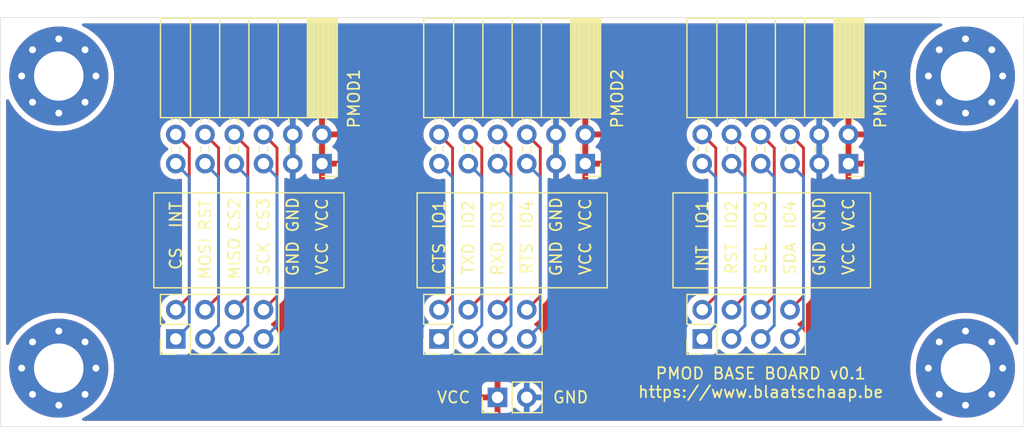
<source format=kicad_pcb>
(kicad_pcb (version 20211014) (generator pcbnew)
  (layers (0 "F.Cu" signal) (31 "B.Cu" signal) (34 "B.Paste" user "B.Plakken") (35 "F.Paste" user "F.Plakken") (36 "B.SilkS" user "B.Silkscreen") (37 "F.SilkS" user "F.Silkscreen") (38 "B.Mask" user) (39 "F.Mask" user "F. masker") (44 "Edge.Cuts" user))
  (net 0 "")
  (net 1 "GND")
  (net 2 "PMOD_UART_GPIO4")
  (net 3 "PMOD_UART_GPIO3")
  (net 4 "PMOD_UART_GPIO2_RESET")
  (net 5 "PMOD_UART_GPIO1_INT")
  (net 6 "PMOD_UART_RTS")
  (net 7 "PMOD_UART_RXD")
  (net 8 "PMOD_UART_TXD")
  (net 9 "PMOD_UART_CTS")
  (net 10 "VCC")
  (net 11 "PMOD_SPI_SCK")
  (net 12 "PMOD_SPI_MOSI")
  (net 13 "PMOD_SPI_MISO")
  (net 14 "PMOD_SPI_GPIO4_CS3")
  (net 15 "PMOD_SPI_GPIO3_CS2")
  (net 16 "PMOD_SPI_GPIO2_RESET")
  (net 17 "PMOD_SPI_GPIO1_INT")
  (net 18 "PMOD_SPI_CS")
  (net 19 "PMOD_I2C_SDA")
  (net 20 "PMOD_I2C_SCL")
  (net 21 "PMOD_I2C_RESET")
  (net 22 "PMOD_I2C_INT")
  (net 23 "PMOD_I2C_GPIO4")
  (net 24 "PMOD_I2C_GPIO3")
  (net 25 "PMOD_I2C_GPIO2")
  (net 26 "PMOD_I2C_GPIO1")
  (footprint "Connector_PinSocket_2.54mm:PinSocket_2x06_P2.54mm_Horizontal" (layer "F.Cu") (at 96.52 30.48 -90)
    (fp_text reference "PMOD2" (at -5.65 -2.77 90) (layer "F.SilkS"))
    (fp_text value "Conn_02x06_Odd_Even")
    (fp_line (start -1.49 10.52) (end -1.05 10.52) (layer "F.SilkS") (width 0.12))
    (fp_line (start -12.63 -1.33) (end -12.63 14.03) (layer "F.SilkS") (width 0.12))
    (fp_line (start -1.49 5.44) (end -1.05 5.44) (layer "F.SilkS") (width 0.12))
    (fp_line (start -4 7.98) (end -3.59 7.98) (layer "F.SilkS") (width 0.12))
    (fp_line (start -4 2.18) (end -3.59 2.18) (layer "F.SilkS") (width 0.12))
    (fp_line (start -12.63 -0.383335) (end -4 -0.383335) (layer "F.SilkS") (width 0.12))
    (fp_line (start -12.63 -1.33) (end -4 -1.33) (layer "F.SilkS") (width 0.12))
    (fp_line (start -12.63 -0.147145) (end -4 -0.147145) (layer "F.SilkS") (width 0.12))
    (fp_line (start -12.63 -0.73762) (end -4 -0.73762) (layer "F.SilkS") (width 0.12))
    (fp_line (start -12.63 -0.97381) (end -4 -0.97381) (layer "F.SilkS") (width 0.12))
    (fp_line (start -1.49 0.36) (end -1.11 0.36) (layer "F.SilkS") (width 0.12))
    (fp_line (start -1.49 2.9) (end -1.05 2.9) (layer "F.SilkS") (width 0.12))
    (fp_line (start -12.63 0.561425) (end -4 0.561425) (layer "F.SilkS") (width 0.12))
    (fp_line (start -1.49 13.06) (end -1.05 13.06) (layer "F.SilkS") (width 0.12))
    (fp_line (start -1.49 12.34) (end -1.05 12.34) (layer "F.SilkS") (width 0.12))
    (fp_line (start -12.63 11.43) (end -4 11.43) (layer "F.SilkS") (width 0.12))
    (fp_line (start -4 5.44) (end -3.59 5.44) (layer "F.SilkS") (width 0.12))
    (fp_line (start -12.63 -0.50143) (end -4 -0.50143) (layer "F.SilkS") (width 0.12))
    (fp_line (start 0 -1.33) (end 1.11 -1.33) (layer "F.SilkS") (width 0.12))
    (fp_line (start -12.63 1.1519) (end -4 1.1519) (layer "F.SilkS") (width 0.12))
    (fp_line (start -12.63 -1.21) (end -4 -1.21) (layer "F.SilkS") (width 0.12))
    (fp_line (start -4 4.72) (end -3.59 4.72) (layer "F.SilkS") (width 0.12))
    (fp_line (start -12.63 0.20714) (end -4 0.20714) (layer "F.SilkS") (width 0.12))
    (fp_line (start -4 7.26) (end -3.59 7.26) (layer "F.SilkS") (width 0.12))
    (fp_line (start -4 13.06) (end -3.59 13.06) (layer "F.SilkS") (width 0.12))
    (fp_line (start -12.63 0.325235) (end -4 0.325235) (layer "F.SilkS") (width 0.12))
    (fp_line (start -4 0.36) (end -3.59 0.36) (layer "F.SilkS") (width 0.12))
    (fp_line (start -1.49 -0.36) (end -1.11 -0.36) (layer "F.SilkS") (width 0.12))
    (fp_line (start -1.49 9.8) (end -1.05 9.8) (layer "F.SilkS") (width 0.12))
    (fp_line (start -12.63 -0.855715) (end -4 -0.855715) (layer "F.SilkS") (width 0.12))
    (fp_line (start -12.63 1.033805) (end -4 1.033805) (layer "F.SilkS") (width 0.12))
    (fp_line (start -4 -0.36) (end -3.59 -0.36) (layer "F.SilkS") (width 0.12))
    (fp_line (start -12.63 -0.02905) (end -4 -0.02905) (layer "F.SilkS") (width 0.12))
    (fp_line (start -12.63 6.35) (end -4 6.35) (layer "F.SilkS") (width 0.12))
    (fp_line (start -4 -1.33) (end -4 14.03) (layer "F.SilkS") (width 0.12))
    (fp_line (start -1.49 7.98) (end -1.05 7.98) (layer "F.SilkS") (width 0.12))
    (fp_line (start -1.49 2.18) (end -1.05 2.18) (layer "F.SilkS") (width 0.12))
    (fp_line (start -4 10.52) (end -3.59 10.52) (layer "F.SilkS") (width 0.12))
    (fp_line (start -4 2.9) (end -3.59 2.9) (layer "F.SilkS") (width 0.12))
    (fp_line (start -12.63 14.03) (end -4 14.03) (layer "F.SilkS") (width 0.12))
    (fp_line (start -1.49 4.72) (end -1.05 4.72) (layer "F.SilkS") (width 0.12))
    (fp_line (start -12.63 -0.26524) (end -4 -0.26524) (layer "F.SilkS") (width 0.12))
    (fp_line (start -4 12.34) (end -3.59 12.34) (layer "F.SilkS") (width 0.12))
    (fp_line (start -12.63 0.089045) (end -4 0.089045) (layer "F.SilkS") (width 0.12))
    (fp_line (start -12.63 0.797615) (end -4 0.797615) (layer "F.SilkS") (width 0.12))
    (fp_line (start -12.63 1.27) (end -4 1.27) (layer "F.SilkS") (width 0.12))
    (fp_line (start -12.63 0.44333) (end -4 0.44333) (layer "F.SilkS") (width 0.12))
    (fp_line (start -4 9.8) (end -3.59 9.8) (layer "F.SilkS") (width 0.12))
    (fp_line (start -12.63 8.89) (end -4 8.89) (layer "F.SilkS") (width 0.12))
    (fp_line (start 1.11 -1.33) (end 1.11 0) (layer "F.SilkS") (width 0.12))
    (fp_line (start -12.63 0.91571) (end -4 0.91571) (layer "F.SilkS") (width 0.12))
    (fp_line (start -12.63 -0.619525) (end -4 -0.619525) (layer "F.SilkS") (width 0.12))
    (fp_line (start -12.63 3.81) (end -4 3.81) (layer "F.SilkS") (width 0.12))
    (fp_line (start -1.49 7.26) (end -1.05 7.26) (layer "F.SilkS") (width 0.12))
    (fp_line (start -12.63 -1.091905) (end -4 -1.091905) (layer "F.SilkS") (width 0.12))
    (fp_line (start -12.63 0.67952) (end -4 0.67952) (layer "F.SilkS") (width 0.12))
    (pad "1" thru_hole rect (at 0 0 270) (size 1.7 1.7) (drill 1) (layers *.Cu *.Mask) (net 10 "VCC"))
    (pad "2" thru_hole oval (at -2.54 0 270) (size 1.7 1.7) (drill 1) (layers *.Cu *.Mask) (net 10 "VCC"))
    (pad "3" thru_hole oval (at 0 2.54 270) (size 1.7 1.7) (drill 1) (layers *.Cu *.Mask) (net 1 "GND"))
    (pad "4" thru_hole oval (at -2.54 2.54 270) (size 1.7 1.7) (drill 1) (layers *.Cu *.Mask) (net 1 "GND"))
    (pad "5" thru_hole oval (at 0 5.08 270) (size 1.7 1.7) (drill 1) (layers *.Cu *.Mask) (net 11 "PMOD_SPI_SCK"))
    (pad "6" thru_hole oval (at -2.54 5.08 270) (size 1.7 1.7) (drill 1) (layers *.Cu *.Mask) (net 14 "PMOD_SPI_GPIO4_CS3"))
    (pad "7" thru_hole oval (at 0 7.62 270) (size 1.7 1.7) (drill 1) (layers *.Cu *.Mask) (net 13 "PMOD_SPI_MISO"))
    (pad "8" thru_hole oval (at -2.54 7.62 270) (size 1.7 1.7) (drill 1) (layers *.Cu *.Mask) (net 15 "PMOD_SPI_GPIO3_CS2"))
    (pad "9" thru_hole oval (at 0 10.16 270) (size 1.7 1.7) (drill 1) (layers *.Cu *.Mask) (net 12 "PMOD_SPI_MOSI"))
    (pad "10" thru_hole oval (at -2.54 10.16 270) (size 1.7 1.7) (drill 1) (layers *.Cu *.Mask) (net 16 "PMOD_SPI_GPIO2_RESET"))
    (pad "11" thru_hole oval (at 0 12.7 270) (size 1.7 1.7) (drill 1) (layers *.Cu *.Mask) (net 18 "PMOD_SPI_CS"))
    (pad "12" thru_hole oval (at -2.54 12.7 270) (size 1.7 1.7) (drill 1) (layers *.Cu *.Mask) (net 17 "PMOD_SPI_GPIO1_INT"))
  )
  (footprint "Connector_PinSocket_2.54mm:PinSocket_2x06_P2.54mm_Horizontal" (layer "F.Cu") (at 119.38 30.48 -90)
    (fp_text reference "PMOD3" (at -5.65 -2.77 90) (layer "F.SilkS"))
    (fp_text value "Conn_02x06_Odd_Even")
    (fp_line (start -12.63 0.561425) (end -4 0.561425) (layer "F.SilkS") (width 0.12))
    (fp_line (start -4 2.18) (end -3.59 2.18) (layer "F.SilkS") (width 0.12))
    (fp_line (start -1.49 4.72) (end -1.05 4.72) (layer "F.SilkS") (width 0.12))
    (fp_line (start -1.49 -0.36) (end -1.11 -0.36) (layer "F.SilkS") (width 0.12))
    (fp_line (start -12.63 8.89) (end -4 8.89) (layer "F.SilkS") (width 0.12))
    (fp_line (start -1.49 7.26) (end -1.05 7.26) (layer "F.SilkS") (width 0.12))
    (fp_line (start -12.63 -0.02905) (end -4 -0.02905) (layer "F.SilkS") (width 0.12))
    (fp_line (start -12.63 0.325235) (end -4 0.325235) (layer "F.SilkS") (width 0.12))
    (fp_line (start -4 0.36) (end -3.59 0.36) (layer "F.SilkS") (width 0.12))
    (fp_line (start -12.63 6.35) (end -4 6.35) (layer "F.SilkS") (width 0.12))
    (fp_line (start -4 7.98) (end -3.59 7.98) (layer "F.SilkS") (width 0.12))
    (fp_line (start -12.63 11.43) (end -4 11.43) (layer "F.SilkS") (width 0.12))
    (fp_line (start -12.63 -0.855715) (end -4 -0.855715) (layer "F.SilkS") (width 0.12))
    (fp_line (start -1.49 2.9) (end -1.05 2.9) (layer "F.SilkS") (width 0.12))
    (fp_line (start -4 10.52) (end -3.59 10.52) (layer "F.SilkS") (width 0.12))
    (fp_line (start -4 12.34) (end -3.59 12.34) (layer "F.SilkS") (width 0.12))
    (fp_line (start -12.63 -0.383335) (end -4 -0.383335) (layer "F.SilkS") (width 0.12))
    (fp_line (start -12.63 1.033805) (end -4 1.033805) (layer "F.SilkS") (width 0.12))
    (fp_line (start -4 5.44) (end -3.59 5.44) (layer "F.SilkS") (width 0.12))
    (fp_line (start -12.63 -0.50143) (end -4 -0.50143) (layer "F.SilkS") (width 0.12))
    (fp_line (start -12.63 1.27) (end -4 1.27) (layer "F.SilkS") (width 0.12))
    (fp_line (start -1.49 0.36) (end -1.11 0.36) (layer "F.SilkS") (width 0.12))
    (fp_line (start -4 -1.33) (end -4 14.03) (layer "F.SilkS") (width 0.12))
    (fp_line (start -12.63 0.089045) (end -4 0.089045) (layer "F.SilkS") (width 0.12))
    (fp_line (start -12.63 -0.619525) (end -4 -0.619525) (layer "F.SilkS") (width 0.12))
    (fp_line (start -12.63 14.03) (end -4 14.03) (layer "F.SilkS") (width 0.12))
    (fp_line (start -12.63 -1.33) (end -4 -1.33) (layer "F.SilkS") (width 0.12))
    (fp_line (start -12.63 0.20714) (end -4 0.20714) (layer "F.SilkS") (width 0.12))
    (fp_line (start 1.11 -1.33) (end 1.11 0) (layer "F.SilkS") (width 0.12))
    (fp_line (start -12.63 -0.97381) (end -4 -0.97381) (layer "F.SilkS") (width 0.12))
    (fp_line (start -1.49 13.06) (end -1.05 13.06) (layer "F.SilkS") (width 0.12))
    (fp_line (start -1.49 5.44) (end -1.05 5.44) (layer "F.SilkS") (width 0.12))
    (fp_line (start -12.63 -0.147145) (end -4 -0.147145) (layer "F.SilkS") (width 0.12))
    (fp_line (start -4 -0.36) (end -3.59 -0.36) (layer "F.SilkS") (width 0.12))
    (fp_line (start -12.63 1.1519) (end -4 1.1519) (layer "F.SilkS") (width 0.12))
    (fp_line (start -12.63 -0.73762) (end -4 -0.73762) (layer "F.SilkS") (width 0.12))
    (fp_line (start -12.63 0.67952) (end -4 0.67952) (layer "F.SilkS") (width 0.12))
    (fp_line (start -12.63 0.91571) (end -4 0.91571) (layer "F.SilkS") (width 0.12))
    (fp_line (start -1.49 2.18) (end -1.05 2.18) (layer "F.SilkS") (width 0.12))
    (fp_line (start -4 9.8) (end -3.59 9.8) (layer "F.SilkS") (width 0.12))
    (fp_line (start -4 13.06) (end -3.59 13.06) (layer "F.SilkS") (width 0.12))
    (fp_line (start -4 7.26) (end -3.59 7.26) (layer "F.SilkS") (width 0.12))
    (fp_line (start -12.63 -0.26524) (end -4 -0.26524) (layer "F.SilkS") (width 0.12))
    (fp_line (start -12.63 0.797615) (end -4 0.797615) (layer "F.SilkS") (width 0.12))
    (fp_line (start 0 -1.33) (end 1.11 -1.33) (layer "F.SilkS") (width 0.12))
    (fp_line (start -12.63 0.44333) (end -4 0.44333) (layer "F.SilkS") (width 0.12))
    (fp_line (start -4 4.72) (end -3.59 4.72) (layer "F.SilkS") (width 0.12))
    (fp_line (start -1.49 12.34) (end -1.05 12.34) (layer "F.SilkS") (width 0.12))
    (fp_line (start -12.63 -1.21) (end -4 -1.21) (layer "F.SilkS") (width 0.12))
    (fp_line (start -12.63 -1.33) (end -12.63 14.03) (layer "F.SilkS") (width 0.12))
    (fp_line (start -12.63 -1.091905) (end -4 -1.091905) (layer "F.SilkS") (width 0.12))
    (fp_line (start -1.49 9.8) (end -1.05 9.8) (layer "F.SilkS") (width 0.12))
    (fp_line (start -12.63 3.81) (end -4 3.81) (layer "F.SilkS") (width 0.12))
    (fp_line (start -1.49 10.52) (end -1.05 10.52) (layer "F.SilkS") (width 0.12))
    (fp_line (start -4 2.9) (end -3.59 2.9) (layer "F.SilkS") (width 0.12))
    (fp_line (start -1.49 7.98) (end -1.05 7.98) (layer "F.SilkS") (width 0.12))
    (pad "1" thru_hole rect (at 0 0 270) (size 1.7 1.7) (drill 1) (layers *.Cu *.Mask) (net 10 "VCC"))
    (pad "2" thru_hole oval (at -2.54 0 270) (size 1.7 1.7) (drill 1) (layers *.Cu *.Mask) (net 10 "VCC"))
    (pad "3" thru_hole oval (at 0 2.54 270) (size 1.7 1.7) (drill 1) (layers *.Cu *.Mask) (net 1 "GND"))
    (pad "4" thru_hole oval (at -2.54 2.54 270) (size 1.7 1.7) (drill 1) (layers *.Cu *.Mask) (net 1 "GND"))
    (pad "5" thru_hole oval (at 0 5.08 270) (size 1.7 1.7) (drill 1) (layers *.Cu *.Mask) (net 6 "PMOD_UART_RTS"))
    (pad "6" thru_hole oval (at -2.54 5.08 270) (size 1.7 1.7) (drill 1) (layers *.Cu *.Mask) (net 2 "PMOD_UART_GPIO4"))
    (pad "7" thru_hole oval (at 0 7.62 270) (size 1.7 1.7) (drill 1) (layers *.Cu *.Mask) (net 7 "PMOD_UART_RXD"))
    (pad "8" thru_hole oval (at -2.54 7.62 270) (size 1.7 1.7) (drill 1) (layers *.Cu *.Mask) (net 3 "PMOD_UART_GPIO3"))
    (pad "9" thru_hole oval (at 0 10.16 270) (size 1.7 1.7) (drill 1) (layers *.Cu *.Mask) (net 8 "PMOD_UART_TXD"))
    (pad "10" thru_hole oval (at -2.54 10.16 270) (size 1.7 1.7) (drill 1) (layers *.Cu *.Mask) (net 4 "PMOD_UART_GPIO2_RESET"))
    (pad "11" thru_hole oval (at 0 12.7 270) (size 1.7 1.7) (drill 1) (layers *.Cu *.Mask) (net 9 "PMOD_UART_CTS"))
    (pad "12" thru_hole oval (at -2.54 12.7 270) (size 1.7 1.7) (drill 1) (layers *.Cu *.Mask) (net 5 "PMOD_UART_GPIO1_INT"))
  )
  (footprint "Connector_PinSocket_2.54mm:PinSocket_2x06_P2.54mm_Horizontal" (layer "F.Cu") (at 73.66 30.48 -90)
    (fp_text reference "PMOD1" (at -5.65 -2.77 90) (layer "F.SilkS"))
    (fp_text value "Conn_02x06_Odd_Even")
    (fp_line (start -12.63 0.44333) (end -4 0.44333) (layer "F.SilkS") (width 0.12))
    (fp_line (start -4 7.26) (end -3.59 7.26) (layer "F.SilkS") (width 0.12))
    (fp_line (start -4 10.52) (end -3.59 10.52) (layer "F.SilkS") (width 0.12))
    (fp_line (start 0 -1.33) (end 1.11 -1.33) (layer "F.SilkS") (width 0.12))
    (fp_line (start -12.63 8.89) (end -4 8.89) (layer "F.SilkS") (width 0.12))
    (fp_line (start -12.63 -0.26524) (end -4 -0.26524) (layer "F.SilkS") (width 0.12))
    (fp_line (start -4 13.06) (end -3.59 13.06) (layer "F.SilkS") (width 0.12))
    (fp_line (start -12.63 0.20714) (end -4 0.20714) (layer "F.SilkS") (width 0.12))
    (fp_line (start -4 2.9) (end -3.59 2.9) (layer "F.SilkS") (width 0.12))
    (fp_line (start -12.63 0.561425) (end -4 0.561425) (layer "F.SilkS") (width 0.12))
    (fp_line (start -12.63 -1.33) (end -12.63 14.03) (layer "F.SilkS") (width 0.12))
    (fp_line (start -12.63 -0.50143) (end -4 -0.50143) (layer "F.SilkS") (width 0.12))
    (fp_line (start -12.63 -0.383335) (end -4 -0.383335) (layer "F.SilkS") (width 0.12))
    (fp_line (start -1.49 5.44) (end -1.05 5.44) (layer "F.SilkS") (width 0.12))
    (fp_line (start -4 9.8) (end -3.59 9.8) (layer "F.SilkS") (width 0.12))
    (fp_line (start -12.63 0.67952) (end -4 0.67952) (layer "F.SilkS") (width 0.12))
    (fp_line (start -4 -1.33) (end -4 14.03) (layer "F.SilkS") (width 0.12))
    (fp_line (start -4 7.98) (end -3.59 7.98) (layer "F.SilkS") (width 0.12))
    (fp_line (start -12.63 -0.02905) (end -4 -0.02905) (layer "F.SilkS") (width 0.12))
    (fp_line (start -12.63 1.1519) (end -4 1.1519) (layer "F.SilkS") (width 0.12))
    (fp_line (start -4 4.72) (end -3.59 4.72) (layer "F.SilkS") (width 0.12))
    (fp_line (start -12.63 -0.619525) (end -4 -0.619525) (layer "F.SilkS") (width 0.12))
    (fp_line (start -1.49 7.98) (end -1.05 7.98) (layer "F.SilkS") (width 0.12))
    (fp_line (start -12.63 -0.855715) (end -4 -0.855715) (layer "F.SilkS") (width 0.12))
    (fp_line (start -1.49 4.72) (end -1.05 4.72) (layer "F.SilkS") (width 0.12))
    (fp_line (start -12.63 1.27) (end -4 1.27) (layer "F.SilkS") (width 0.12))
    (fp_line (start -12.63 -1.21) (end -4 -1.21) (layer "F.SilkS") (width 0.12))
    (fp_line (start -1.49 7.26) (end -1.05 7.26) (layer "F.SilkS") (width 0.12))
    (fp_line (start -4 -0.36) (end -3.59 -0.36) (layer "F.SilkS") (width 0.12))
    (fp_line (start -1.49 0.36) (end -1.11 0.36) (layer "F.SilkS") (width 0.12))
    (fp_line (start -12.63 6.35) (end -4 6.35) (layer "F.SilkS") (width 0.12))
    (fp_line (start -12.63 0.089045) (end -4 0.089045) (layer "F.SilkS") (width 0.12))
    (fp_line (start -1.49 13.06) (end -1.05 13.06) (layer "F.SilkS") (width 0.12))
    (fp_line (start -12.63 -0.147145) (end -4 -0.147145) (layer "F.SilkS") (width 0.12))
    (fp_line (start -1.49 2.18) (end -1.05 2.18) (layer "F.SilkS") (width 0.12))
    (fp_line (start -12.63 -1.091905) (end -4 -1.091905) (layer "F.SilkS") (width 0.12))
    (fp_line (start -12.63 11.43) (end -4 11.43) (layer "F.SilkS") (width 0.12))
    (fp_line (start -4 2.18) (end -3.59 2.18) (layer "F.SilkS") (width 0.12))
    (fp_line (start -4 5.44) (end -3.59 5.44) (layer "F.SilkS") (width 0.12))
    (fp_line (start -12.63 0.325235) (end -4 0.325235) (layer "F.SilkS") (width 0.12))
    (fp_line (start -12.63 3.81) (end -4 3.81) (layer "F.SilkS") (width 0.12))
    (fp_line (start 1.11 -1.33) (end 1.11 0) (layer "F.SilkS") (width 0.12))
    (fp_line (start -12.63 14.03) (end -4 14.03) (layer "F.SilkS") (width 0.12))
    (fp_line (start -1.49 -0.36) (end -1.11 -0.36) (layer "F.SilkS") (width 0.12))
    (fp_line (start -12.63 0.91571) (end -4 0.91571) (layer "F.SilkS") (width 0.12))
    (fp_line (start -12.63 -0.73762) (end -4 -0.73762) (layer "F.SilkS") (width 0.12))
    (fp_line (start -4 12.34) (end -3.59 12.34) (layer "F.SilkS") (width 0.12))
    (fp_line (start -1.49 12.34) (end -1.05 12.34) (layer "F.SilkS") (width 0.12))
    (fp_line (start -12.63 0.797615) (end -4 0.797615) (layer "F.SilkS") (width 0.12))
    (fp_line (start -1.49 2.9) (end -1.05 2.9) (layer "F.SilkS") (width 0.12))
    (fp_line (start -1.49 10.52) (end -1.05 10.52) (layer "F.SilkS") (width 0.12))
    (fp_line (start -12.63 -0.97381) (end -4 -0.97381) (layer "F.SilkS") (width 0.12))
    (fp_line (start -1.49 9.8) (end -1.05 9.8) (layer "F.SilkS") (width 0.12))
    (fp_line (start -12.63 -1.33) (end -4 -1.33) (layer "F.SilkS") (width 0.12))
    (fp_line (start -4 0.36) (end -3.59 0.36) (layer "F.SilkS") (width 0.12))
    (fp_line (start -12.63 1.033805) (end -4 1.033805) (layer "F.SilkS") (width 0.12))
    (pad "1" thru_hole rect (at 0 0 270) (size 1.7 1.7) (drill 1) (layers *.Cu *.Mask) (net 10 "VCC"))
    (pad "2" thru_hole oval (at -2.54 0 270) (size 1.7 1.7) (drill 1) (layers *.Cu *.Mask) (net 10 "VCC"))
    (pad "3" thru_hole oval (at 0 2.54 270) (size 1.7 1.7) (drill 1) (layers *.Cu *.Mask) (net 1 "GND"))
    (pad "4" thru_hole oval (at -2.54 2.54 270) (size 1.7 1.7) (drill 1) (layers *.Cu *.Mask) (net 1 "GND"))
    (pad "5" thru_hole oval (at 0 5.08 270) (size 1.7 1.7) (drill 1) (layers *.Cu *.Mask) (net 19 "PMOD_I2C_SDA"))
    (pad "6" thru_hole oval (at -2.54 5.08 270) (size 1.7 1.7) (drill 1) (layers *.Cu *.Mask) (net 23 "PMOD_I2C_GPIO4"))
    (pad "7" thru_hole oval (at 0 7.62 270) (size 1.7 1.7) (drill 1) (layers *.Cu *.Mask) (net 20 "PMOD_I2C_SCL"))
    (pad "8" thru_hole oval (at -2.54 7.62 270) (size 1.7 1.7) (drill 1) (layers *.Cu *.Mask) (net 24 "PMOD_I2C_GPIO3"))
    (pad "9" thru_hole oval (at 0 10.16 270) (size 1.7 1.7) (drill 1) (layers *.Cu *.Mask) (net 21 "PMOD_I2C_RESET"))
    (pad "10" thru_hole oval (at -2.54 10.16 270) (size 1.7 1.7) (drill 1) (layers *.Cu *.Mask) (net 25 "PMOD_I2C_GPIO2"))
    (pad "11" thru_hole oval (at 0 12.7 270) (size 1.7 1.7) (drill 1) (layers *.Cu *.Mask) (net 22 "PMOD_I2C_INT"))
    (pad "12" thru_hole oval (at -2.54 12.7 270) (size 1.7 1.7) (drill 1) (layers *.Cu *.Mask) (net 26 "PMOD_I2C_GPIO1"))
  )
  (footprint "Connector_PinHeader_2.54mm:PinHeader_2x04_P2.54mm_Vertical" (layer "F.Cu") (at 60.96 45.72 90)
    (fp_text reference "J4" hide)
    (fp_text value "Conn_02x04_Odd_Even")
    (fp_line (start 1.27 -1.33) (end 3.87 -1.33) (layer "F.SilkS") (width 0.12))
    (fp_line (start 3.87 -1.33) (end 3.87 8.95) (layer "F.SilkS") (width 0.12))
    (fp_line (start 1.27 1.27) (end 1.27 -1.33) (layer "F.SilkS") (width 0.12))
    (fp_line (start -1.33 8.95) (end 3.87 8.95) (layer "F.SilkS") (width 0.12))
    (fp_line (start -1.33 1.27) (end 1.27 1.27) (layer "F.SilkS") (width 0.12))
    (fp_line (start -1.33 0) (end -1.33 -1.33) (layer "F.SilkS") (width 0.12))
    (fp_line (start -1.33 -1.33) (end 0 -1.33) (layer "F.SilkS") (width 0.12))
    (fp_line (start -1.33 1.27) (end -1.33 8.95) (layer "F.SilkS") (width 0.12))
    (pad "1" thru_hole rect (at 0 0 90) (size 1.7 1.7) (drill 1) (layers *.Cu *.Mask) (net 22 "PMOD_I2C_INT"))
    (pad "2" thru_hole oval (at 2.54 0 90) (size 1.7 1.7) (drill 1) (layers *.Cu *.Mask) (net 26 "PMOD_I2C_GPIO1"))
    (pad "3" thru_hole oval (at 0 2.54 90) (size 1.7 1.7) (drill 1) (layers *.Cu *.Mask) (net 21 "PMOD_I2C_RESET"))
    (pad "4" thru_hole oval (at 2.54 2.54 90) (size 1.7 1.7) (drill 1) (layers *.Cu *.Mask) (net 25 "PMOD_I2C_GPIO2"))
    (pad "5" thru_hole oval (at 0 5.08 90) (size 1.7 1.7) (drill 1) (layers *.Cu *.Mask) (net 20 "PMOD_I2C_SCL"))
    (pad "6" thru_hole oval (at 2.54 5.08 90) (size 1.7 1.7) (drill 1) (layers *.Cu *.Mask) (net 24 "PMOD_I2C_GPIO3"))
    (pad "7" thru_hole oval (at 0 7.62 90) (size 1.7 1.7) (drill 1) (layers *.Cu *.Mask) (net 19 "PMOD_I2C_SDA"))
    (pad "8" thru_hole oval (at 2.54 7.62 90) (size 1.7 1.7) (drill 1) (layers *.Cu *.Mask) (net 23 "PMOD_I2C_GPIO4"))
  )
  (footprint "Connector_PinHeader_2.54mm:PinHeader_2x04_P2.54mm_Vertical" (layer "F.Cu") (at 83.82 45.72 90)
    (fp_text reference "J5" hide)
    (fp_text value "Conn_02x04_Odd_Even")
    (fp_line (start -1.33 -1.33) (end 0 -1.33) (layer "F.SilkS") (width 0.12))
    (fp_line (start 1.27 -1.33) (end 3.87 -1.33) (layer "F.SilkS") (width 0.12))
    (fp_line (start -1.33 0) (end -1.33 -1.33) (layer "F.SilkS") (width 0.12))
    (fp_line (start -1.33 1.27) (end -1.33 8.95) (layer "F.SilkS") (width 0.12))
    (fp_line (start -1.33 1.27) (end 1.27 1.27) (layer "F.SilkS") (width 0.12))
    (fp_line (start 1.27 1.27) (end 1.27 -1.33) (layer "F.SilkS") (width 0.12))
    (fp_line (start -1.33 8.95) (end 3.87 8.95) (layer "F.SilkS") (width 0.12))
    (fp_line (start 3.87 -1.33) (end 3.87 8.95) (layer "F.SilkS") (width 0.12))
    (pad "1" thru_hole rect (at 0 0 90) (size 1.7 1.7) (drill 1) (layers *.Cu *.Mask) (net 18 "PMOD_SPI_CS"))
    (pad "2" thru_hole oval (at 2.54 0 90) (size 1.7 1.7) (drill 1) (layers *.Cu *.Mask) (net 17 "PMOD_SPI_GPIO1_INT"))
    (pad "3" thru_hole oval (at 0 2.54 90) (size 1.7 1.7) (drill 1) (layers *.Cu *.Mask) (net 12 "PMOD_SPI_MOSI"))
    (pad "4" thru_hole oval (at 2.54 2.54 90) (size 1.7 1.7) (drill 1) (layers *.Cu *.Mask) (net 16 "PMOD_SPI_GPIO2_RESET"))
    (pad "5" thru_hole oval (at 0 5.08 90) (size 1.7 1.7) (drill 1) (layers *.Cu *.Mask) (net 13 "PMOD_SPI_MISO"))
    (pad "6" thru_hole oval (at 2.54 5.08 90) (size 1.7 1.7) (drill 1) (layers *.Cu *.Mask) (net 15 "PMOD_SPI_GPIO3_CS2"))
    (pad "7" thru_hole oval (at 0 7.62 90) (size 1.7 1.7) (drill 1) (layers *.Cu *.Mask) (net 11 "PMOD_SPI_SCK"))
    (pad "8" thru_hole oval (at 2.54 7.62 90) (size 1.7 1.7) (drill 1) (layers *.Cu *.Mask) (net 14 "PMOD_SPI_GPIO4_CS3"))
  )
  (footprint "Connector_PinHeader_2.54mm:PinHeader_2x04_P2.54mm_Vertical" (layer "F.Cu") (at 106.68 45.72 90)
    (fp_text reference "J6" hide)
    (fp_text value "Conn_02x04_Odd_Even")
    (fp_line (start 1.27 -1.33) (end 3.87 -1.33) (layer "F.SilkS") (width 0.12))
    (fp_line (start -1.33 -1.33) (end 0 -1.33) (layer "F.SilkS") (width 0.12))
    (fp_line (start 3.87 -1.33) (end 3.87 8.95) (layer "F.SilkS") (width 0.12))
    (fp_line (start -1.33 0) (end -1.33 -1.33) (layer "F.SilkS") (width 0.12))
    (fp_line (start 1.27 1.27) (end 1.27 -1.33) (layer "F.SilkS") (width 0.12))
    (fp_line (start -1.33 1.27) (end -1.33 8.95) (layer "F.SilkS") (width 0.12))
    (fp_line (start -1.33 1.27) (end 1.27 1.27) (layer "F.SilkS") (width 0.12))
    (fp_line (start -1.33 8.95) (end 3.87 8.95) (layer "F.SilkS") (width 0.12))
    (pad "1" thru_hole rect (at 0 0 90) (size 1.7 1.7) (drill 1) (layers *.Cu *.Mask) (net 9 "PMOD_UART_CTS"))
    (pad "2" thru_hole oval (at 2.54 0 90) (size 1.7 1.7) (drill 1) (layers *.Cu *.Mask) (net 5 "PMOD_UART_GPIO1_INT"))
    (pad "3" thru_hole oval (at 0 2.54 90) (size 1.7 1.7) (drill 1) (layers *.Cu *.Mask) (net 8 "PMOD_UART_TXD"))
    (pad "4" thru_hole oval (at 2.54 2.54 90) (size 1.7 1.7) (drill 1) (layers *.Cu *.Mask) (net 4 "PMOD_UART_GPIO2_RESET"))
    (pad "5" thru_hole oval (at 0 5.08 90) (size 1.7 1.7) (drill 1) (layers *.Cu *.Mask) (net 7 "PMOD_UART_RXD"))
    (pad "6" thru_hole oval (at 2.54 5.08 90) (size 1.7 1.7) (drill 1) (layers *.Cu *.Mask) (net 3 "PMOD_UART_GPIO3"))
    (pad "7" thru_hole oval (at 0 7.62 90) (size 1.7 1.7) (drill 1) (layers *.Cu *.Mask) (net 6 "PMOD_UART_RTS"))
    (pad "8" thru_hole oval (at 2.54 7.62 90) (size 1.7 1.7) (drill 1) (layers *.Cu *.Mask) (net 2 "PMOD_UART_GPIO4"))
  )
  (footprint "MountingHole:MountingHole_4.3mm_M4_Pad_Via" (layer "F.Cu") (at 50.8 48.26)
    (fp_text reference "H3" hide)
    (fp_text value "~")
    (pad "1" thru_hole circle (at 2.280419 -2.280419) (size 0.9 0.9) (drill 0.6) (layers *.Cu *.Mask))
    (pad "1" thru_hole circle (at -3.225 0) (size 0.9 0.9) (drill 0.6) (layers *.Cu *.Mask))
    (pad "1" thru_hole circle (at 3.225 0) (size 0.9 0.9) (drill 0.6) (layers *.Cu *.Mask))
    (pad "1" thru_hole circle (at 2.280419 2.280419) (size 0.9 0.9) (drill 0.6) (layers *.Cu *.Mask))
    (pad "1" thru_hole circle (at -2.280419 2.280419) (size 0.9 0.9) (drill 0.6) (layers *.Cu *.Mask))
    (pad "1" thru_hole circle (at 0 -3.225) (size 0.9 0.9) (drill 0.6) (layers *.Cu *.Mask))
    (pad "1" thru_hole circle (at -2.280419 -2.280419) (size 0.9 0.9) (drill 0.6) (layers *.Cu *.Mask))
    (pad "1" thru_hole circle (at 0 3.225) (size 0.9 0.9) (drill 0.6) (layers *.Cu *.Mask))
    (pad "1" thru_hole circle (at 0 0) (size 8.6 8.6) (drill 4.3) (layers *.Cu *.Mask))
  )
  (footprint "MountingHole:MountingHole_4.3mm_M4_Pad_Via" (layer "F.Cu") (at 50.8 22.86)
    (fp_text reference "H1" hide)
    (fp_text value "~")
    (pad "1" thru_hole circle (at 0 3.225) (size 0.9 0.9) (drill 0.6) (layers *.Cu *.Mask))
    (pad "1" thru_hole circle (at -3.225 0) (size 0.9 0.9) (drill 0.6) (layers *.Cu *.Mask))
    (pad "1" thru_hole circle (at -2.280419 -2.280419) (size 0.9 0.9) (drill 0.6) (layers *.Cu *.Mask))
    (pad "1" thru_hole circle (at 3.225 0) (size 0.9 0.9) (drill 0.6) (layers *.Cu *.Mask))
    (pad "1" thru_hole circle (at 0 0) (size 8.6 8.6) (drill 4.3) (layers *.Cu *.Mask))
    (pad "1" thru_hole circle (at 0 -3.225) (size 0.9 0.9) (drill 0.6) (layers *.Cu *.Mask))
    (pad "1" thru_hole circle (at -2.280419 2.280419) (size 0.9 0.9) (drill 0.6) (layers *.Cu *.Mask))
    (pad "1" thru_hole circle (at 2.280419 2.280419) (size 0.9 0.9) (drill 0.6) (layers *.Cu *.Mask))
    (pad "1" thru_hole circle (at 2.280419 -2.280419) (size 0.9 0.9) (drill 0.6) (layers *.Cu *.Mask))
  )
  (footprint "Connector_PinHeader_2.54mm:PinHeader_1x02_P2.54mm_Vertical" (layer "F.Cu") (at 88.9 50.8 90)
    (fp_text reference "J1" hide)
    (fp_text value "~")
    (fp_line (start -1.33 0) (end -1.33 -1.33) (layer "F.SilkS") (width 0.12))
    (fp_line (start 1.33 1.27) (end 1.33 3.87) (layer "F.SilkS") (width 0.12))
    (fp_line (start -1.33 3.87) (end 1.33 3.87) (layer "F.SilkS") (width 0.12))
    (fp_line (start -1.33 1.27) (end 1.33 1.27) (layer "F.SilkS") (width 0.12))
    (fp_line (start -1.33 -1.33) (end 0 -1.33) (layer "F.SilkS") (width 0.12))
    (fp_line (start -1.33 1.27) (end -1.33 3.87) (layer "F.SilkS") (width 0.12))
    (pad "1" thru_hole rect (at 0 0 90) (size 1.7 1.7) (drill 1) (layers *.Cu *.Mask) (net 10 "VCC"))
    (pad "2" thru_hole oval (at 0 2.54 90) (size 1.7 1.7) (drill 1) (layers *.Cu *.Mask) (net 1 "GND"))
  )
  (footprint "MountingHole:MountingHole_4.3mm_M4_Pad_Via" (layer "F.Cu") (at 129.54 48.26)
    (fp_text reference "H4" hide)
    (fp_text value "~")
    (pad "1" thru_hole circle (at 0 3.225) (size 0.9 0.9) (drill 0.6) (layers *.Cu *.Mask))
    (pad "1" thru_hole circle (at 2.280419 -2.280419) (size 0.9 0.9) (drill 0.6) (layers *.Cu *.Mask))
    (pad "1" thru_hole circle (at 0 -3.225) (size 0.9 0.9) (drill 0.6) (layers *.Cu *.Mask))
    (pad "1" thru_hole circle (at 0 0) (size 8.6 8.6) (drill 4.3) (layers *.Cu *.Mask))
    (pad "1" thru_hole circle (at -2.280419 2.280419) (size 0.9 0.9) (drill 0.6) (layers *.Cu *.Mask))
    (pad "1" thru_hole circle (at -3.225 0) (size 0.9 0.9) (drill 0.6) (layers *.Cu *.Mask))
    (pad "1" thru_hole circle (at 3.225 0) (size 0.9 0.9) (drill 0.6) (layers *.Cu *.Mask))
    (pad "1" thru_hole circle (at -2.280419 -2.280419) (size 0.9 0.9) (drill 0.6) (layers *.Cu *.Mask))
    (pad "1" thru_hole circle (at 2.280419 2.280419) (size 0.9 0.9) (drill 0.6) (layers *.Cu *.Mask))
  )
  (footprint "MountingHole:MountingHole_4.3mm_M4_Pad_Via" (layer "F.Cu") (at 129.54 22.86)
    (fp_text reference "H2" hide)
    (fp_text value "~")
    (pad "1" thru_hole circle (at 0 3.225) (size 0.9 0.9) (drill 0.6) (layers *.Cu *.Mask))
    (pad "1" thru_hole circle (at 3.225 0) (size 0.9 0.9) (drill 0.6) (layers *.Cu *.Mask))
    (pad "1" thru_hole circle (at 0 0) (size 8.6 8.6) (drill 4.3) (layers *.Cu *.Mask))
    (pad "1" thru_hole circle (at 2.280419 -2.280419) (size 0.9 0.9) (drill 0.6) (layers *.Cu *.Mask))
    (pad "1" thru_hole circle (at -2.280419 2.280419) (size 0.9 0.9) (drill 0.6) (layers *.Cu *.Mask))
    (pad "1" thru_hole circle (at -3.225 0) (size 0.9 0.9) (drill 0.6) (layers *.Cu *.Mask))
    (pad "1" thru_hole circle (at -2.280419 -2.280419) (size 0.9 0.9) (drill 0.6) (layers *.Cu *.Mask))
    (pad "1" thru_hole circle (at 2.280419 2.280419) (size 0.9 0.9) (drill 0.6) (layers *.Cu *.Mask))
    (pad "1" thru_hole circle (at 0 -3.225) (size 0.9 0.9) (drill 0.6) (layers *.Cu *.Mask))
  )
  (gr_rect (start 81.915 33.02) (end 98.425 41.275) (layer "F.SilkS") (width 0.12) (fill none))
  (gr_rect (start 59.055 33.02) (end 75.565 41.275) (layer "F.SilkS") (width 0.12) (fill none))
  (gr_rect (start 104.14 33.02) (end 121.285 41.275) (layer "F.SilkS") (width 0.12) (fill none))
  (gr_rect (start 45.72 17.78) (end 134.62 53.34) (layer "Edge.Cuts") (width 0.05) (fill none))
  (gr_text "INT" (at 106.68 38.735 90) (layer "F.SilkS") (effects (font (size 1 1))))
  (gr_text "GND" (at 95.25 50.8) (layer "F.SilkS") (effects (font (size 1 1))))
  (gr_text "INT" (at 60.96 34.925 90) (layer "F.SilkS") (effects (font (size 1 1))))
  (gr_text "GND" (at 71.12 34.925 90) (layer "F.SilkS") (effects (font (size 1 1))))
  (gr_text "GND" (at 93.98 38.735 90) (layer "F.SilkS") (effects (font (size 1 1))))
  (gr_text "TXD" (at 86.36 38.735 90) (layer "F.SilkS") (effects (font (size 1 1))))
  (gr_text "RTS" (at 91.44 38.735 90) (layer "F.SilkS") (effects (font (size 1 1))))
  (gr_text "VCC" (at 119.38 38.735 90) (layer "F.SilkS") (effects (font (size 1 1))))
  (gr_text "IO1" (at 106.68 34.925 90) (layer "F.SilkS") (effects (font (size 1 1))))
  (gr_text "PMOD BASE BOARD v0.1\nhttps://www.blaatschaap.be" (at 111.76 49.53) (layer "F.SilkS") (effects (font (size 1 1))))
  (gr_text "CTS" (at 83.82 38.735 90) (layer "F.SilkS") (effects (font (size 1 1))))
  (gr_text "IO1" (at 83.82 34.925 90) (layer "F.SilkS") (effects (font (size 1 1))))
  (gr_text "CS" (at 60.96 38.735 90) (layer "F.SilkS") (effects (font (size 1 1))))
  (gr_text "MISO" (at 66.04 38.735 90) (layer "F.SilkS") (effects (font (size 1 1))))
  (gr_text "SCK" (at 68.58 38.735 90) (layer "F.SilkS") (effects (font (size 1 1))))
  (gr_text "GND" (at 71.12 38.735 90) (layer "F.SilkS") (effects (font (size 1 1))))
  (gr_text "VCC" (at 85.09 50.8) (layer "F.SilkS") (effects (font (size 1 1))))
  (gr_text "GND" (at 116.84 38.735 90) (layer "F.SilkS") (effects (font (size 1 1))))
  (gr_text "VCC" (at 73.66 38.735 90) (layer "F.SilkS") (effects (font (size 1 1))))
  (gr_text "GND" (at 116.84 34.925 90) (layer "F.SilkS") (effects (font (size 1 1))))
  (gr_text "MOSI" (at 63.5 38.735 90) (layer "F.SilkS") (effects (font (size 1 1))))
  (gr_text "IO4" (at 91.44 34.925 90) (layer "F.SilkS") (effects (font (size 1 1))))
  (gr_text "IO3" (at 88.9 34.925 90) (layer "F.SilkS") (effects (font (size 1 1))))
  (gr_text "VCC" (at 96.52 34.925 90) (layer "F.SilkS") (effects (font (size 1 1))))
  (gr_text "IO4" (at 114.3 34.925 90) (layer "F.SilkS") (effects (font (size 1 1))))
  (gr_text "SDA" (at 114.3 38.735 90) (layer "F.SilkS") (effects (font (size 1 1))))
  (gr_text "CS3" (at 68.58 34.925 90) (layer "F.SilkS") (effects (font (size 1 1))))
  (gr_text "RXD" (at 88.9 38.735 90) (layer "F.SilkS") (effects (font (size 1 1))))
  (gr_text "IO2" (at 86.36 34.925 90) (layer "F.SilkS") (effects (font (size 1 1))))
  (gr_text "IO3" (at 111.76 34.925 90) (layer "F.SilkS") (effects (font (size 1 1))))
  (gr_text "RST" (at 109.22 38.735 90) (layer "F.SilkS") (effects (font (size 1 1))))
  (gr_text "VCC" (at 119.38 34.925 90) (layer "F.SilkS") (effects (font (size 1 1))))
  (gr_text "CS2" (at 66.04 34.925 90) (layer "F.SilkS") (effects (font (size 1 1))))
  (gr_text "SCL" (at 111.76 38.735 90) (layer "F.SilkS") (effects (font (size 1 1))))
  (gr_text "IO2" (at 109.22 34.925 90) (layer "F.SilkS") (effects (font (size 1 1))))
  (gr_text "RST" (at 63.5 34.925 90) (layer "F.SilkS") (effects (font (size 1 1))))
  (gr_text "VCC" (at 96.52 38.735 90) (layer "F.SilkS") (effects (font (size 1 1))))
  (gr_text "VCC" (at 73.66 34.925 90) (layer "F.SilkS") (effects (font (size 1 1))))
  (gr_text "GND" (at 93.98 34.925 90) (layer "F.SilkS") (effects (font (size 1 1))))
  (segment (start 115.474511 29.114511) (end 114.3 27.94) (width 0.25) (layer "F.Cu") (net 2))
  (segment (start 114.3 43.18) (end 115.474511 42.005489) (width 0.25) (layer "F.Cu") (net 2))
  (segment (start 115.474511 42.005489) (end 115.474511 29.114511) (width 0.25) (layer "F.Cu") (net 2))
  (segment (start 111.76 43.18) (end 112.934511 42.005489) (width 0.25) (layer "F.Cu") (net 3))
  (segment (start 112.934511 42.005489) (end 112.934511 29.114511) (width 0.25) (layer "F.Cu") (net 3))
  (segment (start 112.934511 29.114511) (end 111.76 27.94) (width 0.25) (layer "F.Cu") (net 3))
  (segment (start 110.394511 42.005489) (end 110.394511 29.114511) (width 0.25) (layer "F.Cu") (net 4))
  (segment (start 110.394511 29.114511) (end 109.22 27.94) (width 0.25) (layer "F.Cu") (net 4))
  (segment (start 109.22 43.18) (end 110.394511 42.005489) (width 0.25) (layer "F.Cu") (net 4))
  (segment (start 106.68 43.18) (end 107.854511 42.005489) (width 0.25) (layer "F.Cu") (net 5))
  (segment (start 107.854511 42.005489) (end 107.854511 29.114511) (width 0.25) (layer "F.Cu") (net 5))
  (segment (start 107.854511 29.114511) (end 106.68 27.94) (width 0.25) (layer "F.Cu") (net 5))
  (segment (start 114.3 45.72) (end 115.474511 44.545489) (width 0.25) (layer "B.Cu") (net 6))
  (segment (start 115.474511 31.654511) (end 114.3 30.48) (width 0.25) (layer "B.Cu") (net 6))
  (segment (start 115.474511 44.545489) (end 115.474511 31.654511) (width 0.25) (layer "B.Cu") (net 6))
  (segment (start 112.934511 44.545489) (end 112.934511 31.654511) (width 0.25) (layer "B.Cu") (net 7))
  (segment (start 111.76 45.72) (end 112.934511 44.545489) (width 0.25) (layer "B.Cu") (net 7))
  (segment (start 112.934511 31.654511) (end 111.76 30.48) (width 0.25) (layer "B.Cu") (net 7))
  (segment (start 110.394511 44.545489) (end 110.394511 31.654511) (width 0.25) (layer "B.Cu") (net 8))
  (segment (start 109.22 45.72) (end 110.394511 44.545489) (width 0.25) (layer "B.Cu") (net 8))
  (segment (start 110.394511 31.654511) (end 109.22 30.48) (width 0.25) (layer "B.Cu") (net 8))
  (segment (start 107.854511 31.654511) (end 106.68 30.48) (width 0.25) (layer "B.Cu") (net 9))
  (segment (start 107.854511 44.545489) (end 107.854511 31.654511) (width 0.25) (layer "B.Cu") (net 9))
  (segment (start 106.68 45.72) (end 107.854511 44.545489) (width 0.25) (layer "B.Cu") (net 9))
  (segment (start 92.614511 44.545489) (end 92.614511 31.654511) (width 0.25) (layer "B.Cu") (net 11))
  (segment (start 92.614511 31.654511) (end 91.44 30.48) (width 0.25) (layer "B.Cu") (net 11))
  (segment (start 91.44 45.72) (end 92.614511 44.545489) (width 0.25) (layer "B.Cu") (net 11))
  (segment (start 87.534511 31.654511) (end 86.36 30.48) (width 0.25) (layer "B.Cu") (net 12))
  (segment (start 86.36 45.72) (end 87.534511 44.545489) (width 0.25) (layer "B.Cu") (net 12))
  (segment (start 87.534511 44.545489) (end 87.534511 31.654511) (width 0.25) (layer "B.Cu") (net 12))
  (segment (start 90.074511 31.654511) (end 88.9 30.48) (width 0.25) (layer "B.Cu") (net 13))
  (segment (start 90.074511 44.545489) (end 90.074511 31.654511) (width 0.25) (layer "B.Cu") (net 13))
  (segment (start 88.9 45.72) (end 90.074511 44.545489) (width 0.25) (layer "B.Cu") (net 13))
  (segment (start 91.44 43.18) (end 92.614511 42.005489) (width 0.25) (layer "F.Cu") (net 14))
  (segment (start 92.614511 42.005489) (end 92.614511 29.114511) (width 0.25) (layer "F.Cu") (net 14))
  (segment (start 92.614511 29.114511) (end 91.44 27.94) (width 0.25) (layer "F.Cu") (net 14))
  (segment (start 88.9 43.18) (end 90.074511 42.005489) (width 0.25) (layer "F.Cu") (net 15))
  (segment (start 90.074511 29.114511) (end 88.9 27.94) (width 0.25) (layer "F.Cu") (net 15))
  (segment (start 90.074511 42.005489) (end 90.074511 29.114511) (width 0.25) (layer "F.Cu") (net 15))
  (segment (start 87.534511 29.114511) (end 86.36 27.94) (width 0.25) (layer "F.Cu") (net 16))
  (segment (start 87.534511 42.005489) (end 87.534511 29.114511) (width 0.25) (layer "F.Cu") (net 16))
  (segment (start 86.36 43.18) (end 87.534511 42.005489) (width 0.25) (layer "F.Cu") (net 16))
  (segment (start 83.82 43.18) (end 84.994511 42.005489) (width 0.25) (layer "F.Cu") (net 17))
  (segment (start 84.994511 42.005489) (end 84.994511 29.114511) (width 0.25) (layer "F.Cu") (net 17))
  (segment (start 84.994511 29.114511) (end 83.82 27.94) (width 0.25) (layer "F.Cu") (net 17))
  (segment (start 84.994511 44.545489) (end 84.994511 31.654511) (width 0.25) (layer "B.Cu") (net 18))
  (segment (start 84.994511 31.654511) (end 83.82 30.48) (width 0.25) (layer "B.Cu") (net 18))
  (segment (start 83.82 45.72) (end 84.994511 44.545489) (width 0.25) (layer "B.Cu") (net 18))
  (segment (start 68.58 45.72) (end 69.754511 44.545489) (width 0.25) (layer "B.Cu") (net 19))
  (segment (start 69.754511 31.654511) (end 68.58 30.48) (width 0.25) (layer "B.Cu") (net 19))
  (segment (start 69.754511 44.545489) (end 69.754511 31.654511) (width 0.25) (layer "B.Cu") (net 19))
  (segment (start 67.214511 44.545489) (end 67.214511 31.654511) (width 0.25) (layer "B.Cu") (net 20))
  (segment (start 66.04 45.72) (end 67.214511 44.545489) (width 0.25) (layer "B.Cu") (net 20))
  (segment (start 67.214511 31.654511) (end 66.04 30.48) (width 0.25) (layer "B.Cu") (net 20))
  (segment (start 64.674511 44.545489) (end 64.674511 31.654511) (width 0.25) (layer "B.Cu") (net 21))
  (segment (start 63.5 45.72) (end 64.674511 44.545489) (width 0.25) (layer "B.Cu") (net 21))
  (segment (start 64.674511 31.654511) (end 63.5 30.48) (width 0.25) (layer "B.Cu") (net 21))
  (segment (start 62.134511 44.545489) (end 62.134511 31.654511) (width 0.25) (layer "B.Cu") (net 22))
  (segment (start 60.96 45.72) (end 62.134511 44.545489) (width 0.25) (layer "B.Cu") (net 22))
  (segment (start 62.134511 31.654511) (end 60.96 30.48) (width 0.25) (layer "B.Cu") (net 22))
  (segment (start 69.754511 29.114511) (end 68.58 27.94) (width 0.25) (layer "F.Cu") (net 23))
  (segment (start 69.754511 42.005489) (end 69.754511 29.114511) (width 0.25) (layer "F.Cu") (net 23))
  (segment (start 68.58 43.18) (end 69.754511 42.005489) (width 0.25) (layer "F.Cu") (net 23))
  (segment (start 66.04 43.18) (end 67.214511 42.005489) (width 0.25) (layer "F.Cu") (net 24))
  (segment (start 67.214511 42.005489) (end 67.214511 29.114511) (width 0.25) (layer "F.Cu") (net 24))
  (segment (start 67.214511 29.114511) (end 66.04 27.94) (width 0.25) (layer "F.Cu") (net 24))
  (segment (start 63.5 43.18) (end 64.674511 42.005489) (width 0.25) (layer "F.Cu") (net 25))
  (segment (start 64.674511 42.005489) (end 64.674511 29.114511) (width 0.25) (layer "F.Cu") (net 25))
  (segment (start 64.674511 29.114511) (end 63.5 27.94) (width 0.25) (layer "F.Cu") (net 25))
  (segment (start 62.134511 42.005489) (end 62.134511 29.114511) (width 0.25) (layer "F.Cu") (net 26))
  (segment (start 62.134511 29.114511) (end 60.96 27.94) (width 0.25) (layer "F.Cu") (net 26))
  (segment (start 60.96 43.18) (end 62.134511 42.005489) (width 0.25) (layer "F.Cu") (net 26))
  (zone (net 10) (net_name "VCC") (layer "F.Cu") (connect_pads (clearance 0.508)) (min_thickness 0.254) (fill yes (thermal_gap 0.508) (thermal_bridge_width 0.508))
    (polygon (pts (xy 134.62 53.34) (xy 45.72 53.34) (xy 45.72 17.78) (xy 134.62 17.78)))
  )
  (zone (net 1) (net_name "GND") (layer "B.Cu") (connect_pads (clearance 0.508)) (min_thickness 0.254) (fill yes (thermal_gap 0.508) (thermal_bridge_width 0.508))
    (polygon (pts (xy 134.62 53.34) (xy 45.72 53.34) (xy 45.72 17.78) (xy 134.62 17.78)))
  )
)
</source>
